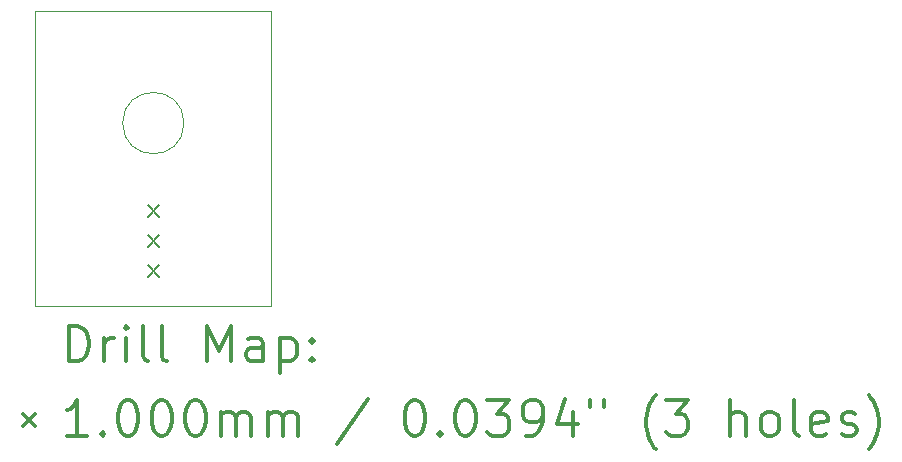
<source format=gbr>
%FSLAX45Y45*%
G04 Gerber Fmt 4.5, Leading zero omitted, Abs format (unit mm)*
G04 Created by KiCad (PCBNEW (5.1.10)-1) date 2022-07-24 10:20:45*
%MOMM*%
%LPD*%
G01*
G04 APERTURE LIST*
%TA.AperFunction,Profile*%
%ADD10C,0.025400*%
%TD*%
%ADD11C,0.200000*%
%ADD12C,0.300000*%
G04 APERTURE END LIST*
D10*
X15400000Y-10900000D02*
X13400000Y-10900000D01*
X15400000Y-8400000D02*
X15400000Y-10900000D01*
X13400000Y-8400000D02*
X15400000Y-8400000D01*
X13400000Y-10900000D02*
X13400000Y-8400000D01*
X14660000Y-9350000D02*
G75*
G03*
X14660000Y-9350000I-260000J0D01*
G01*
D11*
X14351800Y-10046500D02*
X14451800Y-10146500D01*
X14451800Y-10046500D02*
X14351800Y-10146500D01*
X14351800Y-10300500D02*
X14451800Y-10400500D01*
X14451800Y-10300500D02*
X14351800Y-10400500D01*
X14351800Y-10554500D02*
X14451800Y-10654500D01*
X14451800Y-10554500D02*
X14351800Y-10654500D01*
D12*
X13685158Y-11366984D02*
X13685158Y-11066984D01*
X13756587Y-11066984D01*
X13799444Y-11081270D01*
X13828016Y-11109842D01*
X13842301Y-11138413D01*
X13856587Y-11195556D01*
X13856587Y-11238413D01*
X13842301Y-11295556D01*
X13828016Y-11324127D01*
X13799444Y-11352699D01*
X13756587Y-11366984D01*
X13685158Y-11366984D01*
X13985158Y-11366984D02*
X13985158Y-11166984D01*
X13985158Y-11224127D02*
X13999444Y-11195556D01*
X14013730Y-11181270D01*
X14042301Y-11166984D01*
X14070873Y-11166984D01*
X14170873Y-11366984D02*
X14170873Y-11166984D01*
X14170873Y-11066984D02*
X14156587Y-11081270D01*
X14170873Y-11095556D01*
X14185158Y-11081270D01*
X14170873Y-11066984D01*
X14170873Y-11095556D01*
X14356587Y-11366984D02*
X14328016Y-11352699D01*
X14313730Y-11324127D01*
X14313730Y-11066984D01*
X14513730Y-11366984D02*
X14485158Y-11352699D01*
X14470873Y-11324127D01*
X14470873Y-11066984D01*
X14856587Y-11366984D02*
X14856587Y-11066984D01*
X14956587Y-11281270D01*
X15056587Y-11066984D01*
X15056587Y-11366984D01*
X15328016Y-11366984D02*
X15328016Y-11209841D01*
X15313730Y-11181270D01*
X15285158Y-11166984D01*
X15228016Y-11166984D01*
X15199444Y-11181270D01*
X15328016Y-11352699D02*
X15299444Y-11366984D01*
X15228016Y-11366984D01*
X15199444Y-11352699D01*
X15185158Y-11324127D01*
X15185158Y-11295556D01*
X15199444Y-11266984D01*
X15228016Y-11252699D01*
X15299444Y-11252699D01*
X15328016Y-11238413D01*
X15470873Y-11166984D02*
X15470873Y-11466984D01*
X15470873Y-11181270D02*
X15499444Y-11166984D01*
X15556587Y-11166984D01*
X15585158Y-11181270D01*
X15599444Y-11195556D01*
X15613730Y-11224127D01*
X15613730Y-11309841D01*
X15599444Y-11338413D01*
X15585158Y-11352699D01*
X15556587Y-11366984D01*
X15499444Y-11366984D01*
X15470873Y-11352699D01*
X15742301Y-11338413D02*
X15756587Y-11352699D01*
X15742301Y-11366984D01*
X15728016Y-11352699D01*
X15742301Y-11338413D01*
X15742301Y-11366984D01*
X15742301Y-11181270D02*
X15756587Y-11195556D01*
X15742301Y-11209841D01*
X15728016Y-11195556D01*
X15742301Y-11181270D01*
X15742301Y-11209841D01*
X13298730Y-11811270D02*
X13398730Y-11911270D01*
X13398730Y-11811270D02*
X13298730Y-11911270D01*
X13842301Y-11996984D02*
X13670873Y-11996984D01*
X13756587Y-11996984D02*
X13756587Y-11696984D01*
X13728016Y-11739841D01*
X13699444Y-11768413D01*
X13670873Y-11782699D01*
X13970873Y-11968413D02*
X13985158Y-11982699D01*
X13970873Y-11996984D01*
X13956587Y-11982699D01*
X13970873Y-11968413D01*
X13970873Y-11996984D01*
X14170873Y-11696984D02*
X14199444Y-11696984D01*
X14228016Y-11711270D01*
X14242301Y-11725556D01*
X14256587Y-11754127D01*
X14270873Y-11811270D01*
X14270873Y-11882699D01*
X14256587Y-11939841D01*
X14242301Y-11968413D01*
X14228016Y-11982699D01*
X14199444Y-11996984D01*
X14170873Y-11996984D01*
X14142301Y-11982699D01*
X14128016Y-11968413D01*
X14113730Y-11939841D01*
X14099444Y-11882699D01*
X14099444Y-11811270D01*
X14113730Y-11754127D01*
X14128016Y-11725556D01*
X14142301Y-11711270D01*
X14170873Y-11696984D01*
X14456587Y-11696984D02*
X14485158Y-11696984D01*
X14513730Y-11711270D01*
X14528016Y-11725556D01*
X14542301Y-11754127D01*
X14556587Y-11811270D01*
X14556587Y-11882699D01*
X14542301Y-11939841D01*
X14528016Y-11968413D01*
X14513730Y-11982699D01*
X14485158Y-11996984D01*
X14456587Y-11996984D01*
X14428016Y-11982699D01*
X14413730Y-11968413D01*
X14399444Y-11939841D01*
X14385158Y-11882699D01*
X14385158Y-11811270D01*
X14399444Y-11754127D01*
X14413730Y-11725556D01*
X14428016Y-11711270D01*
X14456587Y-11696984D01*
X14742301Y-11696984D02*
X14770873Y-11696984D01*
X14799444Y-11711270D01*
X14813730Y-11725556D01*
X14828016Y-11754127D01*
X14842301Y-11811270D01*
X14842301Y-11882699D01*
X14828016Y-11939841D01*
X14813730Y-11968413D01*
X14799444Y-11982699D01*
X14770873Y-11996984D01*
X14742301Y-11996984D01*
X14713730Y-11982699D01*
X14699444Y-11968413D01*
X14685158Y-11939841D01*
X14670873Y-11882699D01*
X14670873Y-11811270D01*
X14685158Y-11754127D01*
X14699444Y-11725556D01*
X14713730Y-11711270D01*
X14742301Y-11696984D01*
X14970873Y-11996984D02*
X14970873Y-11796984D01*
X14970873Y-11825556D02*
X14985158Y-11811270D01*
X15013730Y-11796984D01*
X15056587Y-11796984D01*
X15085158Y-11811270D01*
X15099444Y-11839841D01*
X15099444Y-11996984D01*
X15099444Y-11839841D02*
X15113730Y-11811270D01*
X15142301Y-11796984D01*
X15185158Y-11796984D01*
X15213730Y-11811270D01*
X15228016Y-11839841D01*
X15228016Y-11996984D01*
X15370873Y-11996984D02*
X15370873Y-11796984D01*
X15370873Y-11825556D02*
X15385158Y-11811270D01*
X15413730Y-11796984D01*
X15456587Y-11796984D01*
X15485158Y-11811270D01*
X15499444Y-11839841D01*
X15499444Y-11996984D01*
X15499444Y-11839841D02*
X15513730Y-11811270D01*
X15542301Y-11796984D01*
X15585158Y-11796984D01*
X15613730Y-11811270D01*
X15628016Y-11839841D01*
X15628016Y-11996984D01*
X16213730Y-11682699D02*
X15956587Y-12068413D01*
X16599444Y-11696984D02*
X16628016Y-11696984D01*
X16656587Y-11711270D01*
X16670873Y-11725556D01*
X16685158Y-11754127D01*
X16699444Y-11811270D01*
X16699444Y-11882699D01*
X16685158Y-11939841D01*
X16670873Y-11968413D01*
X16656587Y-11982699D01*
X16628016Y-11996984D01*
X16599444Y-11996984D01*
X16570873Y-11982699D01*
X16556587Y-11968413D01*
X16542301Y-11939841D01*
X16528016Y-11882699D01*
X16528016Y-11811270D01*
X16542301Y-11754127D01*
X16556587Y-11725556D01*
X16570873Y-11711270D01*
X16599444Y-11696984D01*
X16828016Y-11968413D02*
X16842301Y-11982699D01*
X16828016Y-11996984D01*
X16813730Y-11982699D01*
X16828016Y-11968413D01*
X16828016Y-11996984D01*
X17028016Y-11696984D02*
X17056587Y-11696984D01*
X17085158Y-11711270D01*
X17099444Y-11725556D01*
X17113730Y-11754127D01*
X17128016Y-11811270D01*
X17128016Y-11882699D01*
X17113730Y-11939841D01*
X17099444Y-11968413D01*
X17085158Y-11982699D01*
X17056587Y-11996984D01*
X17028016Y-11996984D01*
X16999444Y-11982699D01*
X16985158Y-11968413D01*
X16970873Y-11939841D01*
X16956587Y-11882699D01*
X16956587Y-11811270D01*
X16970873Y-11754127D01*
X16985158Y-11725556D01*
X16999444Y-11711270D01*
X17028016Y-11696984D01*
X17228016Y-11696984D02*
X17413730Y-11696984D01*
X17313730Y-11811270D01*
X17356587Y-11811270D01*
X17385158Y-11825556D01*
X17399444Y-11839841D01*
X17413730Y-11868413D01*
X17413730Y-11939841D01*
X17399444Y-11968413D01*
X17385158Y-11982699D01*
X17356587Y-11996984D01*
X17270873Y-11996984D01*
X17242301Y-11982699D01*
X17228016Y-11968413D01*
X17556587Y-11996984D02*
X17613730Y-11996984D01*
X17642301Y-11982699D01*
X17656587Y-11968413D01*
X17685158Y-11925556D01*
X17699444Y-11868413D01*
X17699444Y-11754127D01*
X17685158Y-11725556D01*
X17670873Y-11711270D01*
X17642301Y-11696984D01*
X17585158Y-11696984D01*
X17556587Y-11711270D01*
X17542301Y-11725556D01*
X17528016Y-11754127D01*
X17528016Y-11825556D01*
X17542301Y-11854127D01*
X17556587Y-11868413D01*
X17585158Y-11882699D01*
X17642301Y-11882699D01*
X17670873Y-11868413D01*
X17685158Y-11854127D01*
X17699444Y-11825556D01*
X17956587Y-11796984D02*
X17956587Y-11996984D01*
X17885158Y-11682699D02*
X17813730Y-11896984D01*
X17999444Y-11896984D01*
X18099444Y-11696984D02*
X18099444Y-11754127D01*
X18213730Y-11696984D02*
X18213730Y-11754127D01*
X18656587Y-12111270D02*
X18642301Y-12096984D01*
X18613730Y-12054127D01*
X18599444Y-12025556D01*
X18585158Y-11982699D01*
X18570873Y-11911270D01*
X18570873Y-11854127D01*
X18585158Y-11782699D01*
X18599444Y-11739841D01*
X18613730Y-11711270D01*
X18642301Y-11668413D01*
X18656587Y-11654127D01*
X18742301Y-11696984D02*
X18928016Y-11696984D01*
X18828016Y-11811270D01*
X18870873Y-11811270D01*
X18899444Y-11825556D01*
X18913730Y-11839841D01*
X18928016Y-11868413D01*
X18928016Y-11939841D01*
X18913730Y-11968413D01*
X18899444Y-11982699D01*
X18870873Y-11996984D01*
X18785158Y-11996984D01*
X18756587Y-11982699D01*
X18742301Y-11968413D01*
X19285158Y-11996984D02*
X19285158Y-11696984D01*
X19413730Y-11996984D02*
X19413730Y-11839841D01*
X19399444Y-11811270D01*
X19370873Y-11796984D01*
X19328016Y-11796984D01*
X19299444Y-11811270D01*
X19285158Y-11825556D01*
X19599444Y-11996984D02*
X19570873Y-11982699D01*
X19556587Y-11968413D01*
X19542301Y-11939841D01*
X19542301Y-11854127D01*
X19556587Y-11825556D01*
X19570873Y-11811270D01*
X19599444Y-11796984D01*
X19642301Y-11796984D01*
X19670873Y-11811270D01*
X19685158Y-11825556D01*
X19699444Y-11854127D01*
X19699444Y-11939841D01*
X19685158Y-11968413D01*
X19670873Y-11982699D01*
X19642301Y-11996984D01*
X19599444Y-11996984D01*
X19870873Y-11996984D02*
X19842301Y-11982699D01*
X19828016Y-11954127D01*
X19828016Y-11696984D01*
X20099444Y-11982699D02*
X20070873Y-11996984D01*
X20013730Y-11996984D01*
X19985158Y-11982699D01*
X19970873Y-11954127D01*
X19970873Y-11839841D01*
X19985158Y-11811270D01*
X20013730Y-11796984D01*
X20070873Y-11796984D01*
X20099444Y-11811270D01*
X20113730Y-11839841D01*
X20113730Y-11868413D01*
X19970873Y-11896984D01*
X20228016Y-11982699D02*
X20256587Y-11996984D01*
X20313730Y-11996984D01*
X20342301Y-11982699D01*
X20356587Y-11954127D01*
X20356587Y-11939841D01*
X20342301Y-11911270D01*
X20313730Y-11896984D01*
X20270873Y-11896984D01*
X20242301Y-11882699D01*
X20228016Y-11854127D01*
X20228016Y-11839841D01*
X20242301Y-11811270D01*
X20270873Y-11796984D01*
X20313730Y-11796984D01*
X20342301Y-11811270D01*
X20456587Y-12111270D02*
X20470873Y-12096984D01*
X20499444Y-12054127D01*
X20513730Y-12025556D01*
X20528016Y-11982699D01*
X20542301Y-11911270D01*
X20542301Y-11854127D01*
X20528016Y-11782699D01*
X20513730Y-11739841D01*
X20499444Y-11711270D01*
X20470873Y-11668413D01*
X20456587Y-11654127D01*
M02*

</source>
